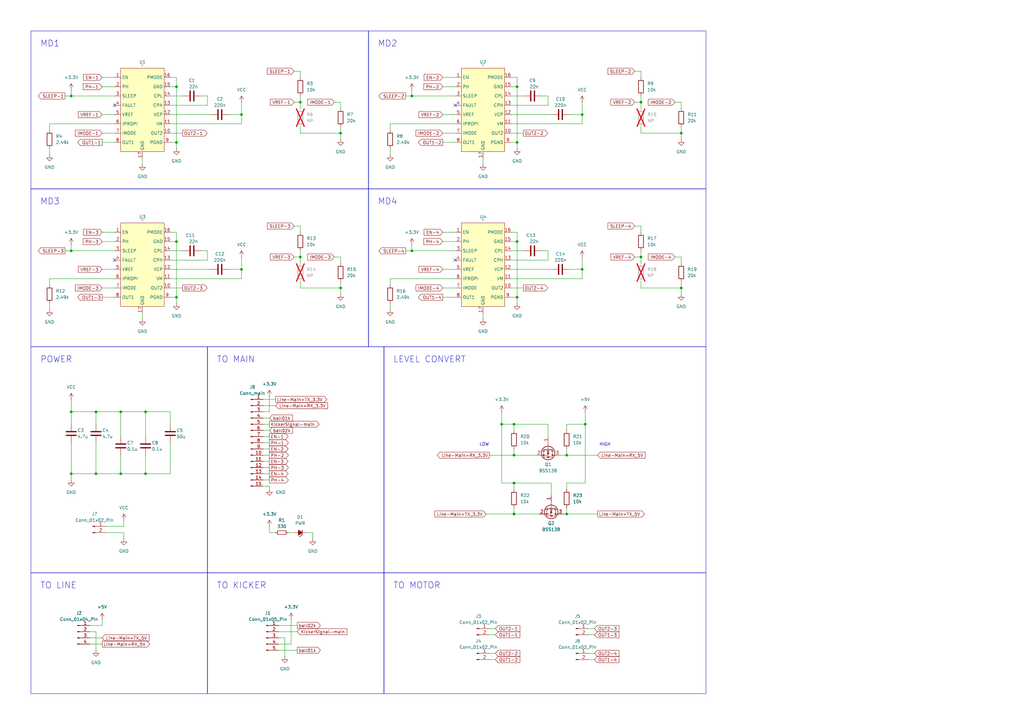
<source format=kicad_sch>
(kicad_sch (version 20231120) (generator "eeschema") (generator_version "8.0")
  (paper "A3")
  (junction (at 72.39 58.42))
  (junction (at 210.82 198.12))
  (junction (at 123.19 105.41))
  (junction (at 210.82 186.69))
  (junction (at 232.41 186.69))
  (junction (at 232.41 210.82))
  (junction (at 29.21 194.31))
  (junction (at 262.89 41.91))
  (junction (at 205.74 173.99))
  (junction (at 49.53 194.31))
  (junction (at 210.82 210.82))
  (junction (at 39.37 194.31))
  (junction (at 262.89 105.41))
  (junction (at 139.7 118.11))
  (junction (at 59.69 194.31))
  (junction (at 39.37 168.91))
  (junction (at 210.82 173.99))
  (junction (at 72.39 35.56))
  (junction (at 49.53 168.91))
  (junction (at 212.09 121.92))
  (junction (at 72.39 99.06))
  (junction (at 99.06 46.99))
  (junction (at 212.09 35.56))
  (junction (at 212.09 58.42))
  (junction (at 59.69 168.91))
  (junction (at 29.21 168.91))
  (junction (at 72.39 121.92))
  (junction (at 139.7 54.61))
  (junction (at 279.4 54.61))
  (junction (at 168.91 102.87))
  (junction (at 168.91 39.37))
  (junction (at 240.03 173.99))
  (junction (at 238.76 46.99))
  (junction (at 238.76 110.49))
  (junction (at 279.4 118.11))
  (junction (at 99.06 110.49))
  (junction (at 123.19 41.91))
  (junction (at 212.09 99.06))
  (junction (at 29.21 39.37))
  (junction (at 29.21 102.87))
  (no_connect (at 46.99 106.68))
  (no_connect (at 186.69 106.68))
  (no_connect (at 186.69 43.18))
  (no_connect (at 46.99 43.18))
  (wire (pts (xy 69.85 58.42) (xy 72.39 58.42)))
  (wire (pts (xy 72.39 60.96) (xy 72.39 58.42)))
  (wire (pts (xy 58.42 64.77) (xy 58.42 67.31)))
  (wire (pts (xy 232.41 210.82) (xy 245.11 210.82)))
  (wire (pts (xy 107.95 181.61) (xy 110.49 181.61)))
  (wire (pts (xy 123.19 118.11) (xy 139.7 118.11)))
  (wire (pts (xy 203.2 260.35) (xy 200.66 260.35)))
  (wire (pts (xy 160.02 127) (xy 160.02 124.46)))
  (wire (pts (xy 74.93 54.61) (xy 69.85 54.61)))
  (wire (pts (xy 166.37 102.87) (xy 168.91 102.87)))
  (wire (pts (xy 69.85 121.92) (xy 72.39 121.92)))
  (wire (pts (xy 107.95 163.83) (xy 113.03 163.83)))
  (wire (pts (xy 107.95 173.99) (xy 110.49 173.99)))
  (wire (pts (xy 209.55 58.42) (xy 212.09 58.42)))
  (wire (pts (xy 59.69 168.91) (xy 59.69 179.07)))
  (wire (pts (xy 214.63 118.11) (xy 209.55 118.11)))
  (wire (pts (xy 93.98 110.49) (xy 99.06 110.49)))
  (wire (pts (xy 128.27 220.98) (xy 128.27 218.44)))
  (wire (pts (xy 139.7 52.07) (xy 139.7 54.61)))
  (wire (pts (xy 262.89 29.21) (xy 262.89 31.75)))
  (wire (pts (xy 49.53 168.91) (xy 59.69 168.91)))
  (wire (pts (xy 39.37 168.91) (xy 49.53 168.91)))
  (wire (pts (xy 50.8 218.44) (xy 43.18 218.44)))
  (wire (pts (xy 168.91 39.37) (xy 186.69 39.37)))
  (wire (pts (xy 50.8 215.9) (xy 43.18 215.9)))
  (wire (pts (xy 262.89 102.87) (xy 262.89 105.41)))
  (wire (pts (xy 279.4 41.91) (xy 279.4 44.45)))
  (wire (pts (xy 110.49 194.31) (xy 107.95 194.31)))
  (wire (pts (xy 41.91 46.99) (xy 46.99 46.99)))
  (wire (pts (xy 232.41 186.69) (xy 229.87 186.69)))
  (wire (pts (xy 41.91 58.42) (xy 46.99 58.42)))
  (wire (pts (xy 114.3 264.16) (xy 119.38 264.16)))
  (wire (pts (xy 199.39 210.82) (xy 210.82 210.82)))
  (wire (pts (xy 205.74 198.12) (xy 210.82 198.12)))
  (wire (pts (xy 260.35 29.21) (xy 262.89 29.21)))
  (wire (pts (xy 41.91 35.56) (xy 46.99 35.56)))
  (wire (pts (xy 120.65 41.91) (xy 123.19 41.91)))
  (wire (pts (xy 39.37 181.61) (xy 39.37 194.31)))
  (wire (pts (xy 69.85 194.31) (xy 59.69 194.31)))
  (wire (pts (xy 86.36 46.99) (xy 69.85 46.99)))
  (wire (pts (xy 123.19 54.61) (xy 139.7 54.61)))
  (wire (pts (xy 20.32 114.3) (xy 20.32 116.84)))
  (wire (pts (xy 262.89 52.07) (xy 262.89 54.61)))
  (wire (pts (xy 200.66 257.81) (xy 203.2 257.81)))
  (wire (pts (xy 262.89 105.41) (xy 262.89 107.95)))
  (wire (pts (xy 198.12 64.77) (xy 198.12 67.31)))
  (wire (pts (xy 74.93 102.87) (xy 69.85 102.87)))
  (wire (pts (xy 121.92 266.7) (xy 114.3 266.7)))
  (wire (pts (xy 238.76 46.99) (xy 238.76 50.8)))
  (wire (pts (xy 139.7 118.11) (xy 139.7 120.65)))
  (wire (pts (xy 41.91 110.49) (xy 46.99 110.49)))
  (wire (pts (xy 20.32 50.8) (xy 20.32 53.34)))
  (wire (pts (xy 279.4 54.61) (xy 279.4 57.15)))
  (wire (pts (xy 186.69 114.3) (xy 160.02 114.3)))
  (wire (pts (xy 74.93 39.37) (xy 69.85 39.37)))
  (wire (pts (xy 262.89 54.61) (xy 279.4 54.61)))
  (wire (pts (xy 224.79 179.07) (xy 224.79 173.99)))
  (wire (pts (xy 222.25 102.87) (xy 224.79 102.87)))
  (wire (pts (xy 240.03 173.99) (xy 240.03 168.91)))
  (wire (pts (xy 69.85 181.61) (xy 69.85 194.31)))
  (wire (pts (xy 107.95 166.37) (xy 113.03 166.37)))
  (wire (pts (xy 209.55 106.68) (xy 224.79 106.68)))
  (wire (pts (xy 116.84 261.62) (xy 116.84 269.24)))
  (wire (pts (xy 212.09 99.06) (xy 212.09 121.92)))
  (wire (pts (xy 168.91 102.87) (xy 186.69 102.87)))
  (wire (pts (xy 99.06 110.49) (xy 99.06 114.3)))
  (wire (pts (xy 200.66 186.69) (xy 210.82 186.69)))
  (wire (pts (xy 99.06 41.91) (xy 99.06 46.99)))
  (wire (pts (xy 260.35 105.41) (xy 262.89 105.41)))
  (wire (pts (xy 232.41 210.82) (xy 231.14 210.82)))
  (wire (pts (xy 210.82 186.69) (xy 210.82 184.15)))
  (wire (pts (xy 69.85 35.56) (xy 72.39 35.56)))
  (wire (pts (xy 69.85 106.68) (xy 85.09 106.68)))
  (wire (pts (xy 99.06 114.3) (xy 69.85 114.3)))
  (wire (pts (xy 120.65 218.44) (xy 118.11 218.44)))
  (wire (pts (xy 107.95 186.69) (xy 110.49 186.69)))
  (wire (pts (xy 110.49 215.9) (xy 110.49 218.44)))
  (wire (pts (xy 279.4 52.07) (xy 279.4 54.61)))
  (wire (pts (xy 49.53 168.91) (xy 49.53 179.07)))
  (wire (pts (xy 181.61 95.25) (xy 186.69 95.25)))
  (wire (pts (xy 260.35 92.71) (xy 262.89 92.71)))
  (wire (pts (xy 20.32 63.5) (xy 20.32 60.96)))
  (wire (pts (xy 205.74 168.91) (xy 205.74 173.99)))
  (wire (pts (xy 39.37 259.08) (xy 36.83 259.08)))
  (wire (pts (xy 262.89 41.91) (xy 262.89 44.45)))
  (wire (pts (xy 120.65 105.41) (xy 123.19 105.41)))
  (wire (pts (xy 41.91 256.54) (xy 36.83 256.54)))
  (wire (pts (xy 279.4 115.57) (xy 279.4 118.11)))
  (wire (pts (xy 200.66 270.51) (xy 203.2 270.51)))
  (wire (pts (xy 168.91 36.83) (xy 168.91 39.37)))
  (wire (pts (xy 210.82 198.12) (xy 226.06 198.12)))
  (wire (pts (xy 120.65 29.21) (xy 123.19 29.21)))
  (wire (pts (xy 181.61 54.61) (xy 186.69 54.61)))
  (wire (pts (xy 240.03 173.99) (xy 240.03 198.12)))
  (wire (pts (xy 262.89 118.11) (xy 279.4 118.11)))
  (wire (pts (xy 29.21 168.91) (xy 39.37 168.91)))
  (wire (pts (xy 29.21 163.83) (xy 29.21 168.91)))
  (wire (pts (xy 205.74 173.99) (xy 210.82 173.99)))
  (wire (pts (xy 212.09 31.75) (xy 212.09 35.56)))
  (wire (pts (xy 212.09 60.96) (xy 212.09 58.42)))
  (wire (pts (xy 107.95 191.77) (xy 110.49 191.77)))
  (wire (pts (xy 39.37 194.31) (xy 49.53 194.31)))
  (wire (pts (xy 232.41 186.69) (xy 245.11 186.69)))
  (wire (pts (xy 233.68 46.99) (xy 238.76 46.99)))
  (wire (pts (xy 74.93 118.11) (xy 69.85 118.11)))
  (wire (pts (xy 186.69 50.8) (xy 160.02 50.8)))
  (wire (pts (xy 41.91 121.92) (xy 46.99 121.92)))
  (wire (pts (xy 238.76 110.49) (xy 238.76 114.3)))
  (wire (pts (xy 160.02 50.8) (xy 160.02 53.34)))
  (wire (pts (xy 123.19 115.57) (xy 123.19 118.11)))
  (wire (pts (xy 46.99 114.3) (xy 20.32 114.3)))
  (wire (pts (xy 276.86 105.41) (xy 279.4 105.41)))
  (wire (pts (xy 240.03 198.12) (xy 232.41 198.12)))
  (wire (pts (xy 205.74 173.99) (xy 205.74 198.12)))
  (wire (pts (xy 49.53 194.31) (xy 59.69 194.31)))
  (wire (pts (xy 41.91 95.25) (xy 46.99 95.25)))
  (wire (pts (xy 72.39 99.06) (xy 72.39 121.92)))
  (wire (pts (xy 212.09 124.46) (xy 212.09 121.92)))
  (wire (pts (xy 139.7 41.91) (xy 139.7 44.45)))
  (wire (pts (xy 72.39 31.75) (xy 72.39 35.56)))
  (wire (pts (xy 39.37 259.08) (xy 39.37 266.7)))
  (wire (pts (xy 226.06 110.49) (xy 209.55 110.49)))
  (wire (pts (xy 139.7 54.61) (xy 139.7 57.15)))
  (wire (pts (xy 50.8 213.36) (xy 50.8 215.9)))
  (wire (pts (xy 121.92 256.54) (xy 114.3 256.54)))
  (wire (pts (xy 29.21 181.61) (xy 29.21 194.31)))
  (wire (pts (xy 72.39 95.25) (xy 72.39 99.06)))
  (wire (pts (xy 260.35 41.91) (xy 262.89 41.91)))
  (wire (pts (xy 29.21 36.83) (xy 29.21 39.37)))
  (wire (pts (xy 276.86 41.91) (xy 279.4 41.91)))
  (wire (pts (xy 241.3 260.35) (xy 243.84 260.35)))
  (wire (pts (xy 241.3 270.51) (xy 243.84 270.51)))
  (wire (pts (xy 107.95 189.23) (xy 110.49 189.23)))
  (wire (pts (xy 224.79 173.99) (xy 210.82 173.99)))
  (wire (pts (xy 279.4 105.41) (xy 279.4 107.95)))
  (wire (pts (xy 99.06 50.8) (xy 69.85 50.8)))
  (wire (pts (xy 181.61 31.75) (xy 186.69 31.75)))
  (wire (pts (xy 50.8 218.44) (xy 50.8 220.98)))
  (wire (pts (xy 107.95 168.91) (xy 110.49 168.91)))
  (wire (pts (xy 232.41 173.99) (xy 240.03 173.99)))
  (wire (pts (xy 224.79 39.37) (xy 224.79 43.18)))
  (wire (pts (xy 232.41 176.53) (xy 232.41 173.99)))
  (wire (pts (xy 123.19 92.71) (xy 123.19 95.25)))
  (wire (pts (xy 107.95 176.53) (xy 110.49 176.53)))
  (wire (pts (xy 232.41 208.28) (xy 232.41 210.82)))
  (wire (pts (xy 241.3 257.81) (xy 243.84 257.81)))
  (wire (pts (xy 209.55 43.18) (xy 224.79 43.18)))
  (wire (pts (xy 119.38 254) (xy 119.38 264.16)))
  (wire (pts (xy 107.95 199.39) (xy 110.49 199.39)))
  (wire (pts (xy 99.06 105.41) (xy 99.06 110.49)))
  (wire (pts (xy 209.55 35.56) (xy 212.09 35.56)))
  (wire (pts (xy 262.89 39.37) (xy 262.89 41.91)))
  (wire (pts (xy 139.7 115.57) (xy 139.7 118.11)))
  (wire (pts (xy 99.06 46.99) (xy 99.06 50.8)))
  (wire (pts (xy 214.63 54.61) (xy 209.55 54.61)))
  (wire (pts (xy 110.49 218.44) (xy 113.03 218.44)))
  (wire (pts (xy 262.89 92.71) (xy 262.89 95.25)))
  (wire (pts (xy 160.02 114.3) (xy 160.02 116.84)))
  (wire (pts (xy 209.55 99.06) (xy 212.09 99.06)))
  (wire (pts (xy 181.61 118.11) (xy 186.69 118.11)))
  (wire (pts (xy 85.09 102.87) (xy 85.09 106.68)))
  (wire (pts (xy 69.85 168.91) (xy 69.85 173.99)))
  (wire (pts (xy 181.61 35.56) (xy 186.69 35.56)))
  (wire (pts (xy 181.61 58.42) (xy 186.69 58.42)))
  (wire (pts (xy 69.85 43.18) (xy 85.09 43.18)))
  (wire (pts (xy 58.42 128.27) (xy 58.42 130.81)))
  (wire (pts (xy 29.21 39.37) (xy 46.99 39.37)))
  (wire (pts (xy 123.19 41.91) (xy 123.19 44.45)))
  (wire (pts (xy 210.82 173.99) (xy 210.82 176.53)))
  (wire (pts (xy 46.99 50.8) (xy 20.32 50.8)))
  (wire (pts (xy 214.63 102.87) (xy 209.55 102.87)))
  (wire (pts (xy 210.82 210.82) (xy 220.98 210.82)))
  (wire (pts (xy 59.69 194.31) (xy 59.69 186.69)))
  (wire (pts (xy 160.02 63.5) (xy 160.02 60.96)))
  (wire (pts (xy 82.55 39.37) (xy 85.09 39.37)))
  (wire (pts (xy 20.32 127) (xy 20.32 124.46)))
  (wire (pts (xy 210.82 186.69) (xy 219.71 186.69)))
  (wire (pts (xy 29.21 100.33) (xy 29.21 102.87)))
  (wire (pts (xy 69.85 31.75) (xy 72.39 31.75)))
  (wire (pts (xy 110.49 200.66) (xy 110.49 199.39)))
  (wire (pts (xy 262.89 115.57) (xy 262.89 118.11)))
  (wire (pts (xy 222.25 39.37) (xy 224.79 39.37)))
  (wire (pts (xy 123.19 105.41) (xy 123.19 107.95)))
  (wire (pts (xy 86.36 110.49) (xy 69.85 110.49)))
  (wire (pts (xy 198.12 128.27) (xy 198.12 130.81)))
  (wire (pts (xy 210.82 208.28) (xy 210.82 210.82)))
  (wire (pts (xy 210.82 198.12) (xy 210.82 200.66)))
  (wire (pts (xy 181.61 121.92) (xy 186.69 121.92)))
  (wire (pts (xy 123.19 52.07) (xy 123.19 54.61)))
  (wire (pts (xy 224.79 102.87) (xy 224.79 106.68)))
  (wire (pts (xy 209.55 31.75) (xy 212.09 31.75)))
  (wire (pts (xy 72.39 35.56) (xy 72.39 58.42)))
  (wire (pts (xy 137.16 105.41) (xy 139.7 105.41)))
  (wire (pts (xy 238.76 41.91) (xy 238.76 46.99)))
  (wire (pts (xy 107.95 184.15) (xy 110.49 184.15)))
  (wire (pts (xy 123.19 102.87) (xy 123.19 105.41)))
  (wire (pts (xy 41.91 118.11) (xy 46.99 118.11)))
  (wire (pts (xy 59.69 168.91) (xy 69.85 168.91)))
  (wire (pts (xy 226.06 198.12) (xy 226.06 203.2)))
  (wire (pts (xy 238.76 105.41) (xy 238.76 110.49)))
  (wire (pts (xy 69.85 95.25) (xy 72.39 95.25)))
  (wire (pts (xy 209.55 95.25) (xy 212.09 95.25)))
  (wire (pts (xy 226.06 46.99) (xy 209.55 46.99)))
  (wire (pts (xy 39.37 173.99) (xy 39.37 168.91)))
  (wire (pts (xy 128.27 218.44) (xy 125.73 218.44)))
  (wire (pts (xy 110.49 196.85) (xy 107.95 196.85)))
  (wire (pts (xy 114.3 261.62) (xy 116.84 261.62)))
  (wire (pts (xy 137.16 41.91) (xy 139.7 41.91)))
  (wire (pts (xy 212.09 95.25) (xy 212.09 99.06)))
  (wire (pts (xy 36.83 264.16) (xy 41.91 264.16)))
  (wire (pts (xy 212.09 35.56) (xy 212.09 58.42)))
  (wire (pts (xy 114.3 259.08) (xy 121.92 259.08)))
  (wire (pts (xy 279.4 118.11) (xy 279.4 120.65)))
  (wire (pts (xy 85.09 39.37) (xy 85.09 43.18)))
  (wire (pts (xy 41.91 254) (xy 41.91 256.54)))
  (wire (pts (xy 232.41 198.12) (xy 232.41 200.66)))
  (wire (pts (xy 214.63 39.37) (xy 209.55 39.37)))
  (wire (pts (xy 29.21 168.91) (xy 29.21 173.99)))
  (wire (pts (xy 29.21 194.31) (xy 39.37 194.31)))
  (wire (pts (xy 36.83 261.62) (xy 41.91 261.62)))
  (wire (pts (xy 123.19 29.21) (xy 123.19 31.75)))
  (wire (pts (xy 238.76 114.3) (xy 209.55 114.3)))
  (wire (pts (xy 93.98 46.99) (xy 99.06 46.99)))
  (wire (pts (xy 72.39 124.46) (xy 72.39 121.92)))
  (wire (pts (xy 26.67 102.87) (xy 29.21 102.87)))
  (wire (pts (xy 168.91 100.33) (xy 168.91 102.87)))
  (wire (pts (xy 181.61 46.99) (xy 186.69 46.99)))
  (wire (pts (xy 209.55 121.92) (xy 212.09 121.92)))
  (wire (pts (xy 41.91 54.61) (xy 46.99 54.61)))
  (wire (pts (xy 49.53 186.69) (xy 49.53 194.31)))
  (wire (pts (xy 29.21 102.87) (xy 46.99 102.87)))
  (wire (pts (xy 233.68 110.49) (xy 238.76 110.49)))
  (wire (pts (xy 107.95 179.07) (xy 110.49 179.07)))
  (wire (pts (xy 110.49 162.56) (xy 110.49 168.91)))
  (wire (pts (xy 29.21 196.85) (xy 29.21 194.31)))
  (wire (pts (xy 110.49 171.45) (xy 107.95 171.45)))
  (wire (pts (xy 181.61 99.06) (xy 186.69 99.06)))
  (wire (pts (xy 238.76 50.8) (xy 209.55 50.8)))
  (wire (pts (xy 200.66 267.97) (xy 203.2 267.97)))
  (wire (pts (xy 232.41 184.15) (xy 232.41 186.69)))
  (wire (pts (xy 120.65 92.71) (xy 123.19 92.71)))
  (wire (pts (xy 69.85 99.06) (xy 72.39 99.06)))
  (wire (pts (xy 181.61 110.49) (xy 186.69 110.49)))
  (wire (pts (xy 166.37 39.37) (xy 168.91 39.37)))
  (wire (pts (xy 41.91 99.06) (xy 46.99 99.06)))
  (wire (pts (xy 139.7 105.41) (xy 139.7 107.95)))
  (wire (pts (xy 82.55 102.87) (xy 85.09 102.87)))
  (wire (pts (xy 241.3 267.97) (xy 243.84 267.97)))
  (wire (pts (xy 41.91 31.75) (xy 46.99 31.75)))
  (wire (pts (xy 26.67 39.37) (xy 29.21 39.37)))
  (wire (pts (xy 123.19 39.37) (xy 123.19 41.91)))
  (rectangle (start 12.7 142.24) (end 85.09 234.95))
  (rectangle (start 12.7 12.7) (end 151.13 77.47))
  (rectangle (start 85.09 234.95) (end 157.48 284.48))
  (rectangle (start 12.7 234.95) (end 85.09 284.48))
  (rectangle (start 157.48 142.24) (end 289.56 234.95))
  (rectangle (start 12.7 77.47) (end 151.13 142.24))
  (rectangle (start 151.13 77.47) (end 289.56 142.24))
  (rectangle (start 157.48 234.95) (end 289.56 284.48))
  (rectangle (start 85.09 142.24) (end 157.48 234.95))
  (rectangle (start 151.13 12.7) (end 289.56 77.47))
  (text "MD3" (at 16.51 81.28 0) (effects (font (size 2.54 2.54)) (justify left top)))
  (text "LEVEL CONVERT" (at 161.29 146.05 0) (effects (font (size 2.54 2.54)) (justify left top)))
  (text "HIGH" (at 248.158 182.372 0) (effects (font (size 1.27 1.27))))
  (text "TO MOTOR" (at 161.29 238.76 0) (effects (font (size 2.54 2.54)) (justify left top)))
  (text "TO LINE" (at 16.51 238.76 0) (effects (font (size 2.54 2.54)) (justify left top)))
  (text "TO KICKER" (at 88.9 238.76 0) (effects (font (size 2.54 2.54)) (justify left top)))
  (text "POWER" (at 16.51 146.05 0) (effects (font (size 2.54 2.54)) (justify left top)))
  (text "MD2" (at 154.94 16.51 0) (effects (font (size 2.54 2.54)) (justify left top)))
  (text "MD4" (at 154.94 81.28 0) (effects (font (size 2.54 2.54)) (justify left top)))
  (text "LOW" (at 198.628 182.372 0) (effects (font (size 1.27 1.27))))
  (text "TO MAIN" (at 88.9 146.05 0) (effects (font (size 2.54 2.54)) (justify left top)))
  (text "MD1" (at 16.51 16.51 0) (effects (font (size 2.54 2.54)) (justify left top)))
  (global_label "PH-2" (shape input) (at 181.61 35.56 180) (property "Intersheetrefs" "${INTERSHEET_REFS}" (effects (hide yes))))
  (global_label "SLEEP-3" (shape input) (at 120.65 92.71 180) (property "Intersheetrefs" "${INTERSHEET_REFS}" (effects (hide yes))))
  (global_label "ball02k" (shape output) (at 121.92 256.54 0) (property "Intersheetrefs" "${INTERSHEET_REFS}" (effects (hide yes))))
  (global_label "PH-1" (shape input) (at 41.91 35.56 180) (property "Intersheetrefs" "${INTERSHEET_REFS}" (effects (hide yes))))
  (global_label "OUT2-1" (shape output) (at 74.93 54.61 0) (property "Intersheetrefs" "${INTERSHEET_REFS}" (effects (hide yes))))
  (global_label "IMODE-1" (shape input) (at 137.16 41.91 180) (property "Intersheetrefs" "${INTERSHEET_REFS}" (effects (hide yes))))
  (global_label "EN-2" (shape output) (at 110.49 184.15 0) (property "Intersheetrefs" "${INTERSHEET_REFS}" (effects (hide yes))))
  (global_label "OUT1-4" (shape output) (at 181.61 121.92 180) (property "Intersheetrefs" "${INTERSHEET_REFS}" (effects (hide yes))))
  (global_label "IMODE-3" (shape input) (at 41.91 118.11 180) (property "Intersheetrefs" "${INTERSHEET_REFS}" (effects (hide yes))))
  (global_label "ball01k" (shape output) (at 121.92 266.7 0) (property "Intersheetrefs" "${INTERSHEET_REFS}" (effects (hide yes))))
  (global_label "OUT1-4" (shape input) (at 243.84 270.51 0) (property "Intersheetrefs" "${INTERSHEET_REFS}" (effects (hide yes))))
  (global_label "Line-Main=TX_3.3V" (shape input) (at 199.39 210.82 180) (property "Intersheetrefs" "${INTERSHEET_REFS}" (effects (hide yes))))
  (global_label "OUT2-2" (shape input) (at 203.2 267.97 0) (property "Intersheetrefs" "${INTERSHEET_REFS}" (effects (hide yes))))
  (global_label "PH-4" (shape input) (at 181.61 99.06 180) (property "Intersheetrefs" "${INTERSHEET_REFS}" (effects (hide yes))))
  (global_label "EN-3" (shape input) (at 41.91 95.25 180) (property "Intersheetrefs" "${INTERSHEET_REFS}" (effects (hide yes))))
  (global_label "ball02k" (shape input) (at 110.49 176.53 0) (property "Intersheetrefs" "${INTERSHEET_REFS}" (effects (hide yes))))
  (global_label "ball01k" (shape input) (at 110.49 171.45 0) (property "Intersheetrefs" "${INTERSHEET_REFS}" (effects (hide yes))))
  (global_label "OUT1-1" (shape output) (at 41.91 58.42 180) (property "Intersheetrefs" "${INTERSHEET_REFS}" (effects (hide yes))))
  (global_label "VREF-4" (shape input) (at 260.35 105.41 180) (property "Intersheetrefs" "${INTERSHEET_REFS}" (effects (hide yes))))
  (global_label "SLEEP-3" (shape output) (at 26.67 102.87 180) (property "Intersheetrefs" "${INTERSHEET_REFS}" (effects (hide yes))))
  (global_label "EN-4" (shape input) (at 181.61 95.25 180) (property "Intersheetrefs" "${INTERSHEET_REFS}" (effects (hide yes))))
  (global_label "SLEEP-1" (shape output) (at 26.67 39.37 180) (property "Intersheetrefs" "${INTERSHEET_REFS}" (effects (hide yes))))
  (global_label "Line-Main=RX_3.3V" (shape input) (at 113.03 166.37 0) (property "Intersheetrefs" "${INTERSHEET_REFS}" (effects (hide yes))))
  (global_label "OUT2-4" (shape output) (at 214.63 118.11 0) (property "Intersheetrefs" "${INTERSHEET_REFS}" (effects (hide yes))))
  (global_label "Line-Main=RX_3.3V" (shape output) (at 200.66 186.69 180) (property "Intersheetrefs" "${INTERSHEET_REFS}" (effects (hide yes))))
  (global_label "Line-Main=TX_5V" (shape output) (at 245.11 210.82 0) (property "Intersheetrefs" "${INTERSHEET_REFS}" (effects (hide yes))))
  (global_label "IMODE-1" (shape input) (at 41.91 54.61 180) (property "Intersheetrefs" "${INTERSHEET_REFS}" (effects (hide yes))))
  (global_label "VREF-3" (shape input) (at 120.65 105.41 180) (property "Intersheetrefs" "${INTERSHEET_REFS}" (effects (hide yes))))
  (global_label "PH-3" (shape output) (at 110.49 191.77 0) (property "Intersheetrefs" "${INTERSHEET_REFS}" (effects (hide yes))))
  (global_label "VREF-4" (shape input) (at 181.61 110.49 180) (property "Intersheetrefs" "${INTERSHEET_REFS}" (effects (hide yes))))
  (global_label "OUT1-1" (shape input) (at 203.2 260.35 0) (property "Intersheetrefs" "${INTERSHEET_REFS}" (effects (hide yes))))
  (global_label "SLEEP-4" (shape input) (at 260.35 92.71 180) (property "Intersheetrefs" "${INTERSHEET_REFS}" (effects (hide yes))))
  (global_label "SLEEP-2" (shape input) (at 260.35 29.21 180) (property "Intersheetrefs" "${INTERSHEET_REFS}" (effects (hide yes))))
  (global_label "PH-4" (shape output) (at 110.49 196.85 0) (property "Intersheetrefs" "${INTERSHEET_REFS}" (effects (hide yes))))
  (global_label "EN-2" (shape input) (at 181.61 31.75 180) (property "Intersheetrefs" "${INTERSHEET_REFS}" (effects (hide yes))))
  (global_label "IMODE-3" (shape input) (at 137.16 105.41 180) (property "Intersheetrefs" "${INTERSHEET_REFS}" (effects (hide yes))))
  (global_label "KickerSignal-main" (shape input) (at 121.92 259.08 0) (property "Intersheetrefs" "${INTERSHEET_REFS}" (effects (hide yes))))
  (global_label "OUT1-2" (shape input) (at 203.2 270.51 0) (property "Intersheetrefs" "${INTERSHEET_REFS}" (effects (hide yes))))
  (global_label "OUT2-4" (shape input) (at 243.84 267.97 0) (property "Intersheetrefs" "${INTERSHEET_REFS}" (effects (hide yes))))
  (global_label "OUT1-3" (shape input) (at 243.84 260.35 0) (property "Intersheetrefs" "${INTERSHEET_REFS}" (effects (hide yes))))
  (global_label "EN-3" (shape output) (at 110.49 189.23 0) (property "Intersheetrefs" "${INTERSHEET_REFS}" (effects (hide yes))))
  (global_label "VREF-2" (shape input) (at 181.61 46.99 180) (property "Intersheetrefs" "${INTERSHEET_REFS}" (effects (hide yes))))
  (global_label "EN-1" (shape output) (at 110.49 179.07 0) (property "Intersheetrefs" "${INTERSHEET_REFS}" (effects (hide yes))))
  (global_label "SLEEP-2" (shape output) (at 166.37 39.37 180) (property "Intersheetrefs" "${INTERSHEET_REFS}" (effects (hide yes))))
  (global_label "VREF-1" (shape input) (at 120.65 41.91 180) (property "Intersheetrefs" "${INTERSHEET_REFS}" (effects (hide yes))))
  (global_label "IMODE-2" (shape input) (at 181.61 54.61 180) (property "Intersheetrefs" "${INTERSHEET_REFS}" (effects (hide yes))))
  (global_label "Line-Main=RX_5V" (shape output) (at 41.91 264.16 0) (property "Intersheetrefs" "${INTERSHEET_REFS}" (effects (hide yes))))
  (global_label "IMODE-4" (shape input) (at 276.86 105.41 180) (property "Intersheetrefs" "${INTERSHEET_REFS}" (effects (hide yes))))
  (global_label "SLEEP-4" (shape output) (at 166.37 102.87 180) (property "Intersheetrefs" "${INTERSHEET_REFS}" (effects (hide yes))))
  (global_label "EN-4" (shape output) (at 110.49 194.31 0) (property "Intersheetrefs" "${INTERSHEET_REFS}" (effects (hide yes))))
  (global_label "VREF-2" (shape input) (at 260.35 41.91 180) (property "Intersheetrefs" "${INTERSHEET_REFS}" (effects (hide yes))))
  (global_label "IMODE-4" (shape input) (at 181.61 118.11 180) (property "Intersheetrefs" "${INTERSHEET_REFS}" (effects (hide yes))))
  (global_label "PH-3" (shape input) (at 41.91 99.06 180) (property "Intersheetrefs" "${INTERSHEET_REFS}" (effects (hide yes))))
  (global_label "OUT1-2" (shape output) (at 181.61 58.42 180) (property "Intersheetrefs" "${INTERSHEET_REFS}" (effects (hide yes))))
  (global_label "OUT2-2" (shape output) (at 214.63 54.61 0) (property "Intersheetrefs" "${INTERSHEET_REFS}" (effects (hide yes))))
  (global_label "VREF-3" (shape input) (at 41.91 110.49 180) (property "Intersheetrefs" "${INTERSHEET_REFS}" (effects (hide yes))))
  (global_label "KickerSignal-main" (shape output) (at 110.49 173.99 0) (property "Intersheetrefs" "${INTERSHEET_REFS}" (effects (hide yes))))
  (global_label "IMODE-2" (shape input) (at 276.86 41.91 180) (property "Intersheetrefs" "${INTERSHEET_REFS}" (effects (hide yes))))
  (global_label "VREF-1" (shape input) (at 41.91 46.99 180) (property "Intersheetrefs" "${INTERSHEET_REFS}" (effects (hide yes))))
  (global_label "OUT2-3" (shape output) (at 74.93 118.11 0) (property "Intersheetrefs" "${INTERSHEET_REFS}" (effects (hide yes))))
  (global_label "Line-Main=RX_5V" (shape input) (at 245.11 186.69 0) (property "Intersheetrefs" "${INTERSHEET_REFS}" (effects (hide yes))))
  (global_label "Line-Main=TX_3.3V" (shape output) (at 113.03 163.83 0) (property "Intersheetrefs" "${INTERSHEET_REFS}" (effects (hide yes))))
  (global_label "Line-Main=TX_5V" (shape input) (at 41.91 261.62 0) (property "Intersheetrefs" "${INTERSHEET_REFS}" (effects (hide yes))))
  (global_label "EN-1" (shape input) (at 41.91 31.75 180) (property "Intersheetrefs" "${INTERSHEET_REFS}" (effects (hide yes))))
  (global_label "OUT2-1" (shape input) (at 203.2 257.81 0) (property "Intersheetrefs" "${INTERSHEET_REFS}" (effects (hide yes))))
  (global_label "OUT2-3" (shape input) (at 243.84 257.81 0) (property "Intersheetrefs" "${INTERSHEET_REFS}" (effects (hide yes))))
  (global_label "OUT1-3" (shape output) (at 41.91 121.92 180) (property "Intersheetrefs" "${INTERSHEET_REFS}" (effects (hide yes))))
  (global_label "SLEEP-1" (shape input) (at 120.65 29.21 180) (property "Intersheetrefs" "${INTERSHEET_REFS}" (effects (hide yes))))
  (global_label "PH-1" (shape output) (at 110.49 181.61 0) (property "Intersheetrefs" "${INTERSHEET_REFS}" (effects (hide yes))))
  (global_label "PH-2" (shape output) (at 110.49 186.69 0) (property "Intersheetrefs" "${INTERSHEET_REFS}" (effects (hide yes))))
  (symbol (lib_id "Device:R") (at 20.32 57.15 0) (unit 1)
    (property "Reference" "R4" (at 22.86 55.88 0) (effects (justify left)))
    (property "Value" "2.49k" (at 22.86 58.42 0) (effects (justify left)))
    (property "Footprint" "Resistor_SMD:R_0603_1608Metric" (effects (hide yes)))
    (property "Description" "Resistor" (effects (hide yes)))
  )
  (symbol (lib_id "Transistor_FET:BSS138") (at 226.06 208.28 270) (unit 1)
    (property "Reference" "Q2" (at 226.06 214.63 90))
    (property "Value" "BSS138" (at 226.06 217.17 90))
    (property "Footprint" "Package_TO_SOT_SMD:SOT-23" (effects (hide yes)))
    (property "Datasheet" "https://www.onsemi.com/pub/Collateral/BSS138-D.PDF" (effects (hide yes)))
    (property "Description" "50V Vds, 0.22A Id, N-Channel MOSFET, SOT-23" (effects (hide yes)))
  )
  (symbol (lib_id "@2024TOINIOT2-MD:DRV8874") (at 198.12 27.94 0) (unit 1)
    (property "Reference" "U2" (at 198.12 25.4 0))
    (property "Value" "~" (at 198.12 26.67 0))
    (property "Footprint" "Package_SO:HTSSOP-16-1EP_4.4x5mm_P0.65mm_EP3.4x5mm" (effects (hide yes)))
  )
  (symbol (lib_id "@2024TOINIOT2-MD:DRV8874") (at 58.42 91.44 0) (unit 1)
    (property "Reference" "U3" (at 58.42 88.9 0))
    (property "Value" "~" (at 58.42 90.17 0))
    (property "Footprint" "Package_SO:HTSSOP-16-1EP_4.4x5mm_P0.65mm_EP3.4x5mm" (effects (hide yes)))
  )
  (symbol (lib_id "power:GND") (at 198.12 130.81 0) (unit 1)
    (property "Reference" "#PWR034" (effects (hide yes)))
    (property "Value" "GND" (at 198.12 135.89 0))
    (property "Description" "Power symbol creates a global label with name \"GND\" , ground" (effects (hide yes)))
  )
  (symbol (lib_id "power:VCC") (at 50.8 213.36 0) (unit 1)
    (property "Reference" "#PWR025" (effects (hide yes)))
    (property "Value" "VCC" (at 50.8 208.28 0))
    (property "Description" "Power symbol creates a global label with name \"VCC\"" (effects (hide yes)))
  )
  (symbol (lib_id "power:+3.3V") (at 110.49 162.56 0) (mirror y) (unit 1)
    (property "Reference" "#PWR05" (effects (hide yes)))
    (property "Value" "+3.3V" (at 110.49 157.48 0))
    (property "Description" "Power symbol creates a global label with name \"+3.3V\"" (effects (hide yes)))
  )
  (symbol (lib_id "power:+3.3V") (at 119.38 254 0) (unit 1)
    (property "Reference" "#PWR027" (effects (hide yes)))
    (property "Value" "+3.3V" (at 119.38 248.92 0))
    (property "Description" "Power symbol creates a global label with name \"+3.3V\"" (effects (hide yes)))
  )
  (symbol (lib_id "power:GND") (at 160.02 127 0) (unit 1)
    (property "Reference" "#PWR014" (effects (hide yes)))
    (property "Value" "GND" (at 160.02 132.08 0))
    (property "Description" "Power symbol creates a global label with name \"GND\" , ground" (effects (hide yes)))
  )
  (symbol (lib_id "power:GND") (at 50.8 220.98 0) (unit 1)
    (property "Reference" "#PWR018" (effects (hide yes)))
    (property "Value" "GND" (at 50.8 226.06 0))
    (property "Description" "Power symbol creates a global label with name \"GND\" , ground" (effects (hide yes)))
  )
  (symbol (lib_id "power:+3.3V") (at 205.74 168.91 0) (unit 1)
    (property "Reference" "#PWR031" (effects (hide yes)))
    (property "Value" "+3.3V" (at 205.74 163.83 0))
    (property "Description" "Power symbol creates a global label with name \"+3.3V\"" (effects (hide yes)))
  )
  (symbol (lib_id "power:GND") (at 110.49 200.66 0) (mirror y) (unit 1)
    (property "Reference" "#PWR02" (effects (hide yes)))
    (property "Value" "GND" (at 113.03 201.93 0) (effects (justify right)))
    (property "Description" "Power symbol creates a global label with name \"GND\" , ground" (effects (hide yes)))
  )
  (symbol (lib_id "Device:R") (at 210.82 204.47 180) (unit 1)
    (property "Reference" "R22" (at 213.36 203.1999 0) (effects (justify right)))
    (property "Value" "10k" (at 213.36 205.7399 0) (effects (justify right)))
    (property "Footprint" "Resistor_SMD:R_0603_1608Metric" (effects (hide yes)))
    (property "Description" "Resistor" (effects (hide yes)))
  )
  (symbol (lib_id "Device:R") (at 160.02 120.65 0) (unit 1)
    (property "Reference" "R16" (at 162.56 119.38 0) (effects (justify left)))
    (property "Value" "2.49k" (at 162.56 121.92 0) (effects (justify left)))
    (property "Footprint" "Resistor_SMD:R_0603_1608Metric" (effects (hide yes)))
    (property "Description" "Resistor" (effects (hide yes)))
  )
  (symbol (lib_id "power:GND") (at 212.09 124.46 0) (unit 1)
    (property "Reference" "#PWR015" (effects (hide yes)))
    (property "Value" "GND" (at 212.09 129.54 0))
    (property "Description" "Power symbol creates a global label with name \"GND\" , ground" (effects (hide yes)))
  )
  (symbol (lib_id "power:+3.3V") (at 29.21 36.83 0) (unit 1)
    (property "Reference" "#PWR020" (effects (hide yes)))
    (property "Value" "+3.3V" (at 29.21 31.75 0))
    (property "Description" "Power symbol creates a global label with name \"+3.3V\"" (effects (hide yes)))
  )
  (symbol (lib_id "power:GND") (at 160.02 63.5 0) (unit 1)
    (property "Reference" "#PWR08" (effects (hide yes)))
    (property "Value" "GND" (at 160.02 68.58 0))
    (property "Description" "Power symbol creates a global label with name \"GND\" , ground" (effects (hide yes)))
  )
  (symbol (lib_id "Connector:Conn_01x02_Pin") (at 195.58 257.81 0) (unit 1)
    (property "Reference" "J3" (at 196.215 252.73 0))
    (property "Value" "Conn_01x02_Pin" (at 196.215 255.27 0))
    (property "Footprint" "@2024TOINIOT2-MD:JST_XH_B2B-XH-A_1x02_P2.50mm_Vertical" (effects (hide yes)))
    (property "Description" "Generic connector, single row, 01x02, script generated" (effects (hide yes)))
  )
  (symbol (lib_id "Device:R") (at 279.4 111.76 0) (unit 1)
    (property "Reference" "R19" (at 281.94 110.49 0) (effects (justify left)))
    (property "Value" "20k" (at 281.94 113.03 0) (effects (justify left)))
    (property "Footprint" "Resistor_SMD:R_0603_1608Metric" (effects (hide yes)))
    (property "Description" "Resistor" (effects (hide yes)))
  )
  (symbol (lib_id "Connector:Conn_01x02_Pin") (at 236.22 257.81 0) (unit 1)
    (property "Reference" "J5" (at 236.855 252.73 0))
    (property "Value" "Conn_01x02_Pin" (at 236.855 255.27 0))
    (property "Footprint" "@2024TOINIOT2-MD:JST_XH_B2B-XH-A_1x02_P2.50mm_Vertical" (effects (hide yes)))
    (property "Description" "Generic connector, single row, 01x02, script generated" (effects (hide yes)))
  )
  (symbol (lib_id "Connector:Conn_01x02_Pin") (at 195.58 267.97 0) (unit 1)
    (property "Reference" "J4" (at 196.215 262.89 0))
    (property "Value" "Conn_01x02_Pin" (at 196.215 265.43 0))
    (property "Footprint" "@2024TOINIOT2-MD:JST_XH_B2B-XH-A_1x02_P2.50mm_Vertical" (effects (hide yes)))
    (property "Description" "Generic connector, single row, 01x02, script generated" (effects (hide yes)))
  )
  (symbol (lib_id "power:GND") (at 72.39 124.46 0) (unit 1)
    (property "Reference" "#PWR012" (effects (hide yes)))
    (property "Value" "GND" (at 72.39 129.54 0))
    (property "Description" "Power symbol creates a global label with name \"GND\" , ground" (effects (hide yes)))
  )
  (symbol (lib_id "power:VCC") (at 99.06 41.91 0) (unit 1)
    (property "Reference" "#PWR038" (effects (hide yes)))
    (property "Value" "VCC" (at 99.06 36.83 0))
    (property "Description" "Power symbol creates a global label with name \"VCC\"" (effects (hide yes)))
  )
  (symbol (lib_id "power:+5V") (at 41.91 254 0) (mirror y) (unit 1)
    (property "Reference" "#PWR026" (effects (hide yes)))
    (property "Value" "+5V" (at 41.91 248.92 0))
    (property "Description" "Power symbol creates a global label with name \"+5V\"" (effects (hide yes)))
  )
  (symbol (lib_id "power:GND") (at 139.7 57.15 0) (unit 1)
    (property "Reference" "#PWR03" (effects (hide yes)))
    (property "Value" "GND" (at 139.7 62.23 0))
    (property "Description" "Power symbol creates a global label with name \"GND\" , ground" (effects (hide yes)))
  )
  (symbol (lib_id "Device:R") (at 123.19 99.06 0) (unit 1)
    (property "Reference" "R13" (at 125.73 97.79 0) (effects (justify left)))
    (property "Value" "10k" (at 125.73 100.33 0) (effects (justify left)))
    (property "Footprint" "Resistor_SMD:R_0603_1608Metric" (effects (hide yes)))
    (property "Description" "Resistor" (effects (hide yes)))
  )
  (symbol (lib_id "Device:C") (at 69.85 177.8 0) (unit 1)
    (property "Reference" "C5" (at 72.39 176.53 0) (effects (justify left)))
    (property "Value" "50u" (at 72.39 179.07 0) (effects (justify left)))
    (property "Footprint" "Capacitor_SMD:C_0603_1608Metric" (effects (hide yes)))
    (property "Description" "Unpolarized capacitor" (effects (hide yes)))
  )
  (symbol (lib_id "power:GND") (at 139.7 120.65 0) (unit 1)
    (property "Reference" "#PWR013" (effects (hide yes)))
    (property "Value" "GND" (at 139.7 125.73 0))
    (property "Description" "Power symbol creates a global label with name \"GND\" , ground" (effects (hide yes)))
  )
  (symbol (lib_id "Device:R_Small") (at 115.57 218.44 90) (unit 1)
    (property "Reference" "R1" (at 115.57 213.36 90))
    (property "Value" "330" (at 115.57 215.9 90))
    (property "Footprint" "Resistor_SMD:R_0603_1608Metric" (effects (hide yes)))
    (property "Description" "Resistor, small symbol" (effects (hide yes)))
  )
  (symbol (lib_id "Device:C") (at 59.69 182.88 0) (unit 1)
    (property "Reference" "C8" (at 62.23 181.61 0) (effects (justify left)))
    (property "Value" "0.1u" (at 62.23 184.15 0) (effects (justify left)))
    (property "Footprint" "Capacitor_SMD:C_0603_1608Metric" (effects (hide yes)))
    (property "Description" "Unpolarized capacitor" (effects (hide yes)))
  )
  (symbol (lib_id "power:GND") (at 198.12 67.31 0) (unit 1)
    (property "Reference" "#PWR033" (effects (hide yes)))
    (property "Value" "GND" (at 198.12 72.39 0))
    (property "Description" "Power symbol creates a global label with name \"GND\" , ground" (effects (hide yes)))
  )
  (symbol (lib_id "power:GND") (at 39.37 266.7 0) (mirror y) (unit 1)
    (property "Reference" "#PWR029" (effects (hide yes)))
    (property "Value" "GND" (at 39.37 271.78 0))
    (property "Description" "Power symbol creates a global label with name \"GND\" , ground" (effects (hide yes)))
  )
  (symbol (lib_id "Connector:Conn_01x02_Pin") (at 236.22 267.97 0) (unit 1)
    (property "Reference" "J6" (at 236.855 262.89 0))
    (property "Value" "Conn_01x02_Pin" (at 236.855 265.43 0))
    (property "Footprint" "@2024TOINIOT2-MD:JST_XH_B2B-XH-A_1x02_P2.50mm_Vertical" (effects (hide yes)))
    (property "Description" "Generic connector, single row, 01x02, script generated" (effects (hide yes)))
  )
  (symbol (lib_id "Device:C") (at 90.17 110.49 90) (unit 1)
    (property "Reference" "C12" (at 90.17 104.14 90))
    (property "Value" "220n" (at 90.17 106.68 90))
    (property "Footprint" "Capacitor_SMD:C_0603_1608Metric" (effects (hide yes)))
    (property "Description" "Unpolarized capacitor" (effects (hide yes)))
  )
  (symbol (lib_id "power:GND") (at 20.32 127 0) (unit 1)
    (property "Reference" "#PWR011" (effects (hide yes)))
    (property "Value" "GND" (at 20.32 132.08 0))
    (property "Description" "Power symbol creates a global label with name \"GND\" , ground" (effects (hide yes)))
  )
  (symbol (lib_id "Device:R") (at 139.7 48.26 0) (unit 1)
    (property "Reference" "R7" (at 142.24 46.99 0) (effects (justify left)))
    (property "Value" "20k" (at 142.24 49.53 0) (effects (justify left)))
    (property "Footprint" "Resistor_SMD:R_0603_1608Metric" (effects (hide yes)))
    (property "Description" "Resistor" (effects (hide yes)))
  )
  (symbol (lib_id "Device:C") (at 229.87 110.49 90) (unit 1)
    (property "Reference" "C14" (at 229.87 104.14 90))
    (property "Value" "220n" (at 229.87 106.68 90))
    (property "Footprint" "Capacitor_SMD:C_0603_1608Metric" (effects (hide yes)))
    (property "Description" "Unpolarized capacitor" (effects (hide yes)))
  )
  (symbol (lib_id "Device:R") (at 232.41 180.34 0) (unit 1)
    (property "Reference" "R21" (at 234.95 179.0699 0) (effects (justify left)))
    (property "Value" "10k" (at 234.95 181.6099 0) (effects (justify left)))
    (property "Footprint" "Resistor_SMD:R_0603_1608Metric" (effects (hide yes)))
    (property "Description" "Resistor" (effects (hide yes)))
  )
  (symbol (lib_id "Device:C") (at 29.21 177.8 0) (unit 1)
    (property "Reference" "C3" (at 31.75 176.53 0) (effects (justify left)))
    (property "Value" "4.7u" (at 31.75 179.07 0) (effects (justify left)))
    (property "Footprint" "Capacitor_SMD:C_0603_1608Metric" (effects (hide yes)))
    (property "Description" "Unpolarized capacitor" (effects (hide yes)))
  )
  (symbol (lib_id "Device:R") (at 232.41 204.47 0) (unit 1)
    (property "Reference" "R23" (at 234.95 203.1999 0) (effects (justify left)))
    (property "Value" "10k" (at 234.95 205.7399 0) (effects (justify left)))
    (property "Footprint" "Resistor_SMD:R_0603_1608Metric" (effects (hide yes)))
    (property "Description" "Resistor" (effects (hide yes)))
  )
  (symbol (lib_id "Device:C") (at 78.74 102.87 90) (unit 1)
    (property "Reference" "C11" (at 80.01 96.52 90) (effects (justify left)))
    (property "Value" "22n" (at 81.28 99.06 90) (effects (justify left)))
    (property "Footprint" "Capacitor_SMD:C_0603_1608Metric" (effects (hide yes)))
    (property "Description" "Unpolarized capacitor" (effects (hide yes)))
  )
  (symbol (lib_id "power:GND") (at 128.27 220.98 0) (unit 1)
    (property "Reference" "#PWR024" (effects (hide yes)))
    (property "Value" "GND" (at 128.27 226.06 0))
    (property "Description" "Power symbol creates a global label with name \"GND\" , ground" (effects (hide yes)))
  )
  (symbol (lib_id "Connector:Conn_01x04_Pin") (at 31.75 259.08 0) (unit 1)
    (property "Reference" "J2" (at 32.385 251.46 0))
    (property "Value" "Conn_01x04_Pin" (at 32.385 254 0))
    (property "Footprint" "Connector_JST:JST_XH_S4B-XH-A-1_1x04_P2.50mm_Horizontal" (effects (hide yes)))
    (property "Description" "Generic connector, single row, 01x04, script generated" (effects (hide yes)))
  )
  (symbol (lib_id "power:VCC") (at 99.06 105.41 0) (unit 1)
    (property "Reference" "#PWR035" (effects (hide yes)))
    (property "Value" "VCC" (at 99.06 100.33 0))
    (property "Description" "Power symbol creates a global label with name \"VCC\"" (effects (hide yes)))
  )
  (symbol (lib_id "Device:C") (at 90.17 46.99 90) (unit 1)
    (property "Reference" "C2" (at 90.17 40.64 90))
    (property "Value" "220n" (at 90.17 43.18 90))
    (property "Footprint" "Capacitor_SMD:C_0603_1608Metric" (effects (hide yes)))
    (property "Description" "Unpolarized capacitor" (effects (hide yes)))
  )
  (symbol (lib_id "power:VCC") (at 238.76 41.91 0) (unit 1)
    (property "Reference" "#PWR037" (effects (hide yes)))
    (property "Value" "VCC" (at 238.76 36.83 0))
    (property "Description" "Power symbol creates a global label with name \"VCC\"" (effects (hide yes)))
  )
  (symbol (lib_id "power:VCC") (at 29.21 163.83 0) (unit 1)
    (property "Reference" "#PWR01" (effects (hide yes)))
    (property "Value" "VCC" (at 29.21 158.75 0))
    (property "Description" "Power symbol creates a global label with name \"VCC\"" (effects (hide yes)))
  )
  (symbol (lib_id "power:VCC") (at 238.76 105.41 0) (unit 1)
    (property "Reference" "#PWR036" (effects (hide yes)))
    (property "Value" "VCC" (at 238.76 100.33 0))
    (property "Description" "Power symbol creates a global label with name \"VCC\"" (effects (hide yes)))
  )
  (symbol (lib_id "Device:C") (at 49.53 182.88 0) (unit 1)
    (property "Reference" "C7" (at 52.07 181.61 0) (effects (justify left)))
    (property "Value" "0.1u" (at 52.07 184.15 0) (effects (justify left)))
    (property "Footprint" "Capacitor_SMD:C_0603_1608Metric" (effects (hide yes)))
    (property "Description" "Unpolarized capacitor" (effects (hide yes)))
  )
  (symbol (lib_id "power:+3.3V") (at 110.49 215.9 0) (unit 1)
    (property "Reference" "#PWR023" (effects (hide yes)))
    (property "Value" "+3.3V" (at 110.49 210.82 0))
    (property "Description" "Power symbol creates a global label with name \"+3.3V\"" (effects (hide yes)))
  )
  (symbol (lib_id "power:GND") (at 72.39 60.96 0) (unit 1)
    (property "Reference" "#PWR04" (effects (hide yes)))
    (property "Value" "GND" (at 72.39 66.04 0))
    (property "Description" "Power symbol creates a global label with name \"GND\" , ground" (effects (hide yes)))
  )
  (symbol (lib_id "Device:R") (at 279.4 48.26 0) (unit 1)
    (property "Reference" "R11" (at 281.94 46.99 0) (effects (justify left)))
    (property "Value" "20k" (at 281.94 49.53 0) (effects (justify left)))
    (property "Footprint" "Resistor_SMD:R_0603_1608Metric" (effects (hide yes)))
    (property "Description" "Resistor" (effects (hide yes)))
  )
  (symbol (lib_id "power:+5V") (at 240.03 168.91 0) (unit 1)
    (property "Reference" "#PWR030" (effects (hide yes)))
    (property "Value" "+5V" (at 240.03 163.83 0))
    (property "Description" "Power symbol creates a global label with name \"+5V\"" (effects (hide yes)))
  )
  (symbol (lib_id "Device:C") (at 229.87 46.99 90) (unit 1)
    (property "Reference" "C10" (at 229.87 40.64 90))
    (property "Value" "220n" (at 229.87 43.18 90))
    (property "Footprint" "Capacitor_SMD:C_0603_1608Metric" (effects (hide yes)))
    (property "Description" "Unpolarized capacitor" (effects (hide yes)))
  )
  (symbol (lib_id "power:GND") (at 58.42 130.81 0) (unit 1)
    (property "Reference" "#PWR028" (effects (hide yes)))
    (property "Value" "GND" (at 58.42 135.89 0))
    (property "Description" "Power symbol creates a global label with name \"GND\" , ground" (effects (hide yes)))
  )
  (symbol (lib_id "Device:R") (at 160.02 57.15 0) (unit 1)
    (property "Reference" "R8" (at 162.56 55.88 0) (effects (justify left)))
    (property "Value" "2.49k" (at 162.56 58.42 0) (effects (justify left)))
    (property "Footprint" "Resistor_SMD:R_0603_1608Metric" (effects (hide yes)))
    (property "Description" "Resistor" (effects (hide yes)))
  )
  (symbol (lib_id "power:GND") (at 20.32 63.5 0) (unit 1)
    (property "Reference" "#PWR06" (effects (hide yes)))
    (property "Value" "GND" (at 20.32 68.58 0))
    (property "Description" "Power symbol creates a global label with name \"GND\" , ground" (effects (hide yes)))
  )
  (symbol (lib_id "Device:LED_Small_Filled") (at 123.19 218.44 180) (unit 1)
    (property "Reference" "D1" (at 123.1265 212.09 0))
    (property "Value" "PWR" (at 123.1265 214.63 0))
    (property "Footprint" "LED_SMD:LED_0805_2012Metric" (effects (hide yes)))
    (property "Description" "Light emitting diode, small symbol, filled shape" (effects (hide yes)))
  )
  (symbol (lib_id "Connector:Conn_01x05_Pin") (at 109.22 261.62 0) (unit 1)
    (property "Reference" "J1" (at 109.855 251.46 0))
    (property "Value" "Conn_01x05_Pin" (at 109.855 254 0))
    (property "Footprint" "Connector_PinSocket_2.54mm:PinSocket_1x05_P2.54mm_Horizontal" (effects (hide yes)))
    (property "Description" "Generic connector, single row, 01x05, script generated" (effects (hide yes)))
  )
  (symbol (lib_id "power:GND") (at 116.84 269.24 0) (unit 1)
    (property "Reference" "#PWR017" (effects (hide yes)))
    (property "Value" "GND" (at 116.84 274.32 0))
    (property "Description" "Power symbol creates a global label with name \"GND\" , ground" (effects (hide yes)))
  )
  (symbol (lib_id "Device:R") (at 123.19 35.56 0) (unit 1)
    (property "Reference" "R3" (at 125.73 34.29 0) (effects (justify left)))
    (property "Value" "10k" (at 125.73 36.83 0) (effects (justify left)))
    (property "Footprint" "Resistor_SMD:R_0603_1608Metric" (effects (hide yes)))
    (property "Description" "Resistor" (effects (hide yes)))
  )
  (symbol (lib_id "@2024TOINIOT2-MD:DRV8874") (at 198.12 91.44 0) (unit 1)
    (property "Reference" "U4" (at 198.12 88.9 0))
    (property "Value" "~" (at 198.12 90.17 0))
    (property "Footprint" "Package_SO:HTSSOP-16-1EP_4.4x5mm_P0.65mm_EP3.4x5mm" (effects (hide yes)))
  )
  (symbol (lib_id "Device:R") (at 210.82 180.34 180) (unit 1)
    (property "Reference" "R20" (at 213.36 179.0699 0) (effects (justify right)))
    (property "Value" "10k" (at 213.36 181.6099 0) (effects (justify right)))
    (property "Footprint" "Resistor_SMD:R_0603_1608Metric" (effects (hide yes)))
    (property "Description" "Resistor" (effects (hide yes)))
  )
  (symbol (lib_id "Device:R") (at 20.32 120.65 0) (unit 1)
    (property "Reference" "R12" (at 22.86 119.38 0) (effects (justify left)))
    (property "Value" "2.49k" (at 22.86 121.92 0) (effects (justify left)))
    (property "Footprint" "Resistor_SMD:R_0603_1608Metric" (effects (hide yes)))
    (property "Description" "Resistor" (effects (hide yes)))
  )
  (symbol (lib_id "Device:R") (at 123.19 48.26 0) (unit 1) (dnp yes)
    (property "Reference" "R6" (at 125.73 46.99 0) (effects (justify left)))
    (property "Value" "NP" (at 125.73 49.53 0) (effects (justify left)))
    (property "Footprint" "Resistor_SMD:R_0603_1608Metric" (effects (hide yes)))
    (property "Description" "Resistor" (effects (hide yes)))
  )
  (symbol (lib_id "Device:R") (at 139.7 111.76 0) (unit 1)
    (property "Reference" "R15" (at 142.24 110.49 0) (effects (justify left)))
    (property "Value" "20k" (at 142.24 113.03 0) (effects (justify left)))
    (property "Footprint" "Resistor_SMD:R_0603_1608Metric" (effects (hide yes)))
    (property "Description" "Resistor" (effects (hide yes)))
  )
  (symbol (lib_id "power:GND") (at 279.4 57.15 0) (unit 1)
    (property "Reference" "#PWR010" (effects (hide yes)))
    (property "Value" "GND" (at 279.4 62.23 0))
    (property "Description" "Power symbol creates a global label with name \"GND\" , ground" (effects (hide yes)))
  )
  (symbol (lib_id "Device:R") (at 123.19 111.76 0) (unit 1) (dnp yes)
    (property "Reference" "R14" (at 125.73 110.49 0) (effects (justify left)))
    (property "Value" "NP" (at 125.73 113.03 0) (effects (justify left)))
    (property "Footprint" "Resistor_SMD:R_0603_1608Metric" (effects (hide yes)))
    (property "Description" "Resistor" (effects (hide yes)))
  )
  (symbol (lib_id "power:+3.3V") (at 168.91 100.33 0) (unit 1)
    (property "Reference" "#PWR022" (effects (hide yes)))
    (property "Value" "+3.3V" (at 168.91 95.25 0))
    (property "Description" "Power symbol creates a global label with name \"+3.3V\"" (effects (hide yes)))
  )
  (symbol (lib_id "Device:R") (at 262.89 48.26 0) (unit 1) (dnp yes)
    (property "Reference" "R10" (at 265.43 46.99 0) (effects (justify left)))
    (property "Value" "NP" (at 265.43 49.53 0) (effects (justify left)))
    (property "Footprint" "Resistor_SMD:R_0603_1608Metric" (effects (hide yes)))
    (property "Description" "Resistor" (effects (hide yes)))
  )
  (symbol (lib_id "Device:R") (at 262.89 99.06 0) (unit 1)
    (property "Reference" "R17" (at 265.43 97.79 0) (effects (justify left)))
    (property "Value" "10k" (at 265.43 100.33 0) (effects (justify left)))
    (property "Footprint" "Resistor_SMD:R_0603_1608Metric" (effects (hide yes)))
    (property "Description" "Resistor" (effects (hide yes)))
  )
  (symbol (lib_id "power:+3.3V") (at 29.21 100.33 0) (unit 1)
    (property "Reference" "#PWR019" (effects (hide yes)))
    (property "Value" "+3.3V" (at 29.21 95.25 0))
    (property "Description" "Power symbol creates a global label with name \"+3.3V\"" (effects (hide yes)))
  )
  (symbol (lib_id "Device:R") (at 262.89 111.76 0) (unit 1) (dnp yes)
    (property "Reference" "R18" (at 265.43 110.49 0) (effects (justify left)))
    (property "Value" "NP" (at 265.43 113.03 0) (effects (justify left)))
    (property "Footprint" "Resistor_SMD:R_0603_1608Metric" (effects (hide yes)))
    (property "Description" "Resistor" (effects (hide yes)))
  )
  (symbol (lib_id "Connector:Conn_01x02_Pin") (at 38.1 215.9 0) (unit 1)
    (property "Reference" "J7" (at 38.735 210.82 0))
    (property "Value" "Conn_01x02_Pin" (at 38.735 213.36 0))
    (property "Footprint" "@2024TOINIOT2-MD:XT30U-M" (effects (hide yes)))
    (property "Description" "Generic connector, single row, 01x02, script generated" (effects (hide yes)))
  )
  (symbol (lib_id "Connector:Conn_01x15_Pin") (at 102.87 181.61 0) (unit 1)
    (property "Reference" "J8" (at 103.505 158.75 0))
    (property "Value" "Conn_main" (at 103.505 161.29 0))
    (property "Footprint" "Connector_FFC-FPC:TE_1-84953-5_1x15-1MP_P1.0mm_Horizontal" (effects (hide yes)))
    (property "Description" "Generic connector, single row, 01x15, script generated" (effects (hide yes)))
  )
  (symbol (lib_id "power:GND") (at 58.42 67.31 0) (unit 1)
    (property "Reference" "#PWR032" (effects (hide yes)))
    (property "Value" "GND" (at 58.42 72.39 0))
    (property "Description" "Power symbol creates a global label with name \"GND\" , ground" (effects (hide yes)))
  )
  (symbol (lib_id "power:+3.3V") (at 168.91 36.83 0) (unit 1)
    (property "Reference" "#PWR021" (effects (hide yes)))
    (property "Value" "+3.3V" (at 168.91 31.75 0))
    (property "Description" "Power symbol creates a global label with name \"+3.3V\"" (effects (hide yes)))
  )
  (symbol (lib_id "@2024TOINIOT2-MD:DRV8874") (at 58.42 27.94 0) (unit 1)
    (property "Reference" "U1" (at 58.42 25.4 0))
    (property "Value" "~" (at 58.42 26.67 0))
    (property "Footprint" "Package_SO:HTSSOP-16-1EP_4.4x5mm_P0.65mm_EP3.4x5mm" (effects (hide yes)))
  )
  (symbol (lib_id "Device:C") (at 218.44 102.87 90) (unit 1)
    (property "Reference" "C13" (at 219.71 96.52 90) (effects (justify left)))
    (property "Value" "22n" (at 220.98 99.06 90) (effects (justify left)))
    (property "Footprint" "Capacitor_SMD:C_0603_1608Metric" (effects (hide yes)))
    (property "Description" "Unpolarized capacitor" (effects (hide yes)))
  )
  (symbol (lib_id "power:GND") (at 279.4 120.65 0) (unit 1)
    (property "Reference" "#PWR016" (effects (hide yes)))
    (property "Value" "GND" (at 279.4 125.73 0))
    (property "Description" "Power symbol creates a global label with name \"GND\" , ground" (effects (hide yes)))
  )
  (symbol (lib_id "power:GND") (at 212.09 60.96 0) (unit 1)
    (property "Reference" "#PWR09" (effects (hide yes)))
    (property "Value" "GND" (at 212.09 66.04 0))
    (property "Description" "Power symbol creates a global label with name \"GND\" , ground" (effects (hide yes)))
  )
  (symbol (lib_id "Device:C") (at 39.37 177.8 0) (unit 1)
    (property "Reference" "C4" (at 41.91 176.53 0) (effects (justify left)))
    (property "Value" "4.7u" (at 41.91 179.07 0) (effects (justify left)))
    (property "Footprint" "Capacitor_SMD:C_0603_1608Metric" (effects (hide yes)))
    (property "Description" "Unpolarized capacitor" (effects (hide yes)))
  )
  (symbol (lib_id "power:GND") (at 29.21 196.85 0) (unit 1)
    (property "Reference" "#PWR07" (effects (hide yes)))
    (property "Value" "GND" (at 29.21 201.93 0))
    (property "Description" "Power symbol creates a global label with name \"GND\" , ground" (effects (hide yes)))
  )
  (symbol (lib_id "Device:C") (at 78.74 39.37 90) (unit 1)
    (property "Reference" "C1" (at 80.01 33.02 90) (effects (justify left)))
    (property "Value" "22n" (at 81.28 35.56 90) (effects (justify left)))
    (property "Footprint" "Capacitor_SMD:C_0603_1608Metric" (effects (hide yes)))
    (property "Description" "Unpolarized capacitor" (effects (hide yes)))
  )
  (symbol (lib_id "Device:R") (at 262.89 35.56 0) (unit 1)
    (property "Reference" "R9" (at 265.43 34.29 0) (effects (justify left)))
    (property "Value" "10k" (at 265.43 36.83 0) (effects (justify left)))
    (property "Footprint" "Resistor_SMD:R_0603_1608Metric" (effects (hide yes)))
    (property "Description" "Resistor" (effects (hide yes)))
  )
  (symbol (lib_id "Device:C") (at 218.44 39.37 90) (unit 1)
    (property "Reference" "C9" (at 219.71 33.02 90) (effects (justify left)))
    (property "Value" "22n" (at 220.98 35.56 90) (effects (justify left)))
    (property "Footprint" "Capacitor_SMD:C_0603_1608Metric" (effects (hide yes)))
    (property "Description" "Unpolarized capacitor" (effects (hide yes)))
  )
  (symbol (lib_id "Transistor_FET:BSS138") (at 224.79 184.15 270) (unit 1)
    (property "Reference" "Q1" (at 224.79 190.5 90))
    (property "Value" "BSS138" (at 224.79 193.04 90))
    (property "Footprint" "Package_TO_SOT_SMD:SOT-23" (effects (hide yes)))
    (property "Datasheet" "https://www.onsemi.com/pub/Collateral/BSS138-D.PDF" (effects (hide yes)))
    (property "Description" "50V Vds, 0.22A Id, N-Channel MOSFET, SOT-23" (effects (hide yes)))
  )
)
</source>
